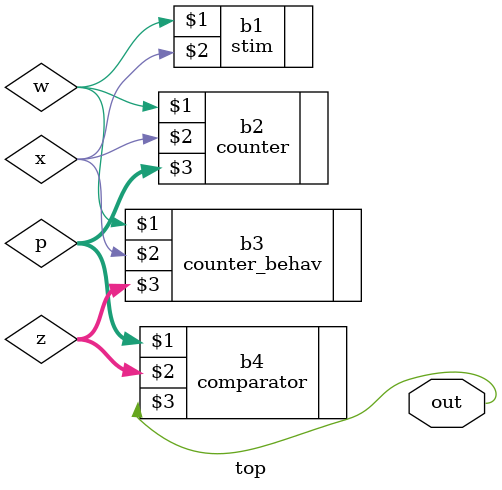
<source format=v>
module top(out);
  output reg out;
  wire w,x;
  wire [2:0] p,z;
  stim b1(w,x);
  counter b2(w,x,p);
  counter_behav b3(w,x,z);
  comparator b4(p,z,out);
endmodule 
</source>
